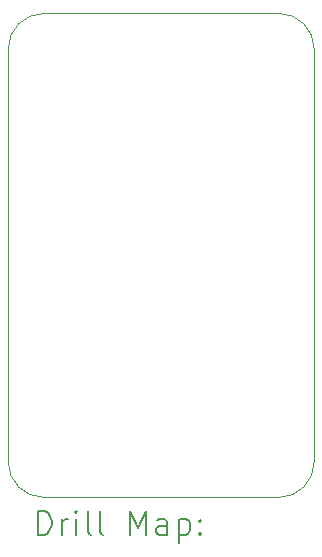
<source format=gbr>
%TF.GenerationSoftware,KiCad,Pcbnew,6.0.10*%
%TF.CreationDate,2023-01-08T03:38:05+01:00*%
%TF.ProjectId,ideal_diode,69646561-6c5f-4646-996f-64652e6b6963,rev?*%
%TF.SameCoordinates,Original*%
%TF.FileFunction,Drillmap*%
%TF.FilePolarity,Positive*%
%FSLAX45Y45*%
G04 Gerber Fmt 4.5, Leading zero omitted, Abs format (unit mm)*
G04 Created by KiCad (PCBNEW 6.0.10) date 2023-01-08 03:38:05*
%MOMM*%
%LPD*%
G01*
G04 APERTURE LIST*
%ADD10C,0.100000*%
%ADD11C,0.200000*%
G04 APERTURE END LIST*
D10*
X3790000Y-4997968D02*
X3790000Y-1500000D01*
X3790000Y-1500000D02*
G75*
G03*
X3490000Y-1200000I-299999J1D01*
G01*
X3490000Y-5297968D02*
G75*
G03*
X3790000Y-4997968I0J300000D01*
G01*
X1200000Y-4997968D02*
G75*
G03*
X1500000Y-5297968I299999J-1D01*
G01*
X1200000Y-1500000D02*
X1200000Y-4997968D01*
X1500000Y-1200000D02*
G75*
G03*
X1200000Y-1500000I0J-300000D01*
G01*
X3490000Y-1200000D02*
X1500000Y-1200000D01*
X1500000Y-5297968D02*
X3490000Y-5297968D01*
D11*
X1452619Y-5613444D02*
X1452619Y-5413444D01*
X1500238Y-5413444D01*
X1528809Y-5422968D01*
X1547857Y-5442016D01*
X1557381Y-5461063D01*
X1566905Y-5499158D01*
X1566905Y-5527730D01*
X1557381Y-5565825D01*
X1547857Y-5584873D01*
X1528809Y-5603920D01*
X1500238Y-5613444D01*
X1452619Y-5613444D01*
X1652619Y-5613444D02*
X1652619Y-5480111D01*
X1652619Y-5518206D02*
X1662143Y-5499158D01*
X1671667Y-5489635D01*
X1690714Y-5480111D01*
X1709762Y-5480111D01*
X1776428Y-5613444D02*
X1776428Y-5480111D01*
X1776428Y-5413444D02*
X1766905Y-5422968D01*
X1776428Y-5432492D01*
X1785952Y-5422968D01*
X1776428Y-5413444D01*
X1776428Y-5432492D01*
X1900238Y-5613444D02*
X1881190Y-5603920D01*
X1871667Y-5584873D01*
X1871667Y-5413444D01*
X2005000Y-5613444D02*
X1985952Y-5603920D01*
X1976428Y-5584873D01*
X1976428Y-5413444D01*
X2233571Y-5613444D02*
X2233571Y-5413444D01*
X2300238Y-5556301D01*
X2366905Y-5413444D01*
X2366905Y-5613444D01*
X2547857Y-5613444D02*
X2547857Y-5508682D01*
X2538333Y-5489635D01*
X2519286Y-5480111D01*
X2481190Y-5480111D01*
X2462143Y-5489635D01*
X2547857Y-5603920D02*
X2528810Y-5613444D01*
X2481190Y-5613444D01*
X2462143Y-5603920D01*
X2452619Y-5584873D01*
X2452619Y-5565825D01*
X2462143Y-5546778D01*
X2481190Y-5537254D01*
X2528810Y-5537254D01*
X2547857Y-5527730D01*
X2643095Y-5480111D02*
X2643095Y-5680111D01*
X2643095Y-5489635D02*
X2662143Y-5480111D01*
X2700238Y-5480111D01*
X2719286Y-5489635D01*
X2728810Y-5499158D01*
X2738333Y-5518206D01*
X2738333Y-5575349D01*
X2728810Y-5594396D01*
X2719286Y-5603920D01*
X2700238Y-5613444D01*
X2662143Y-5613444D01*
X2643095Y-5603920D01*
X2824048Y-5594396D02*
X2833571Y-5603920D01*
X2824048Y-5613444D01*
X2814524Y-5603920D01*
X2824048Y-5594396D01*
X2824048Y-5613444D01*
X2824048Y-5489635D02*
X2833571Y-5499158D01*
X2824048Y-5508682D01*
X2814524Y-5499158D01*
X2824048Y-5489635D01*
X2824048Y-5508682D01*
M02*

</source>
